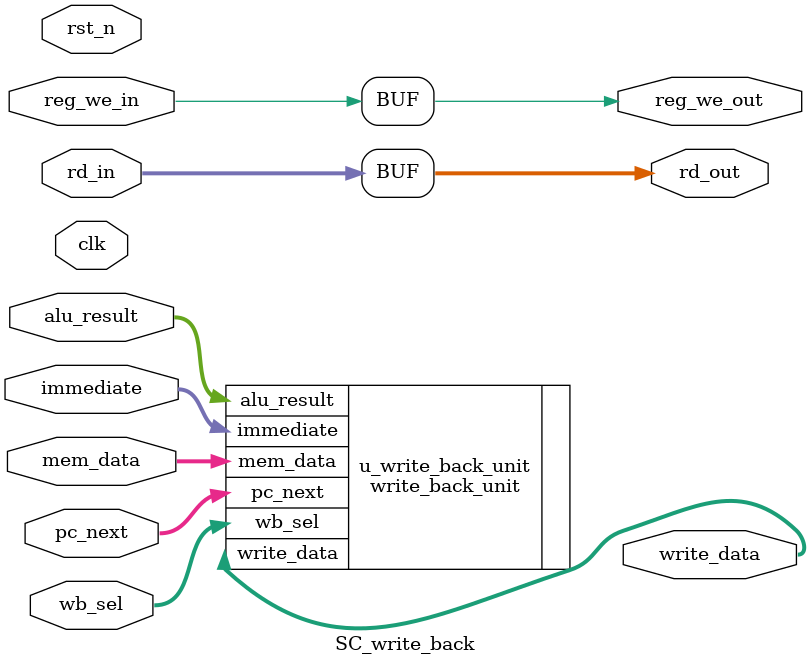
<source format=v>
module SC_write_back(
        // * Clkock Sync Signals Connection --------------------
        input wire clk,
        input wire rst_n,

        // * Internal Signals Connection --------------------
        // ----- Write Back Unit -----
        input wire [1:0] wb_sel,
        input wire [31:0] alu_result,
        input wire [31:0] immediate,
        input wire [31:0] mem_data,
        input wire [31:0] pc_next,
        output wire [31:0] write_data,
        // ----- Previous Stage Signals -----
        input wire [4:0] rd_in,
        output wire [4:0] rd_out,
        input wire reg_we_in,
        output wire reg_we_out
    );

    assign rd_out = rd_in;
    assign reg_we_out = reg_we_in;

    write_back_unit
        u_write_back_unit(
            .wb_sel     	(wb_sel      ),
            .alu_result 	(alu_result  ),
            .immediate  	(immediate   ),
            .mem_data   	(mem_data    ),
            .pc_next    	(pc_next     ),
            .write_data 	(write_data  )
        );

endmodule

</source>
